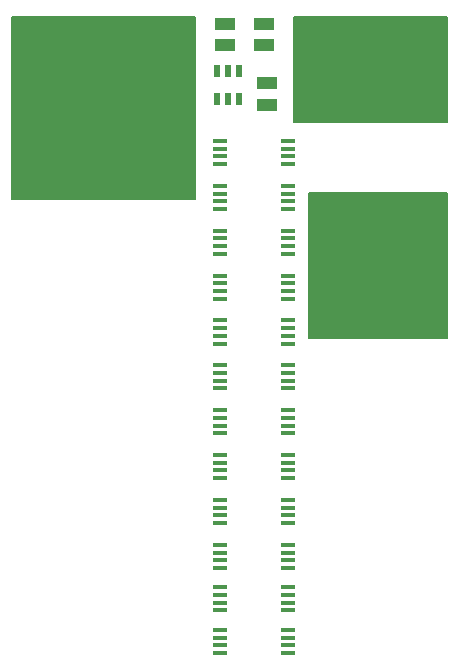
<source format=gts>
G04 (created by PCBNEW (2013-07-07 BZR 4022)-stable) date 12/4/2019 12:35:47*
%MOIN*%
G04 Gerber Fmt 3.4, Leading zero omitted, Abs format*
%FSLAX34Y34*%
G01*
G70*
G90*
G04 APERTURE LIST*
%ADD10C,0.00590551*%
%ADD11R,0.0238583X0.0435433*%
%ADD12R,0.070315X0.0403937*%
%ADD13R,0.0396063X0.0396063*%
%ADD14R,0.0494488X0.013622*%
%ADD15C,0.00787402*%
G04 APERTURE END LIST*
G54D10*
G54D11*
X7204Y-3031D03*
X7952Y-3031D03*
X7204Y-2086D03*
X7578Y-3031D03*
X7952Y-2086D03*
X7578Y-2086D03*
G54D12*
X8858Y-3204D03*
X8858Y-2503D03*
X8759Y-1236D03*
X8759Y-535D03*
X7480Y-1236D03*
X7480Y-535D03*
G54D13*
X13188Y-2657D03*
X12893Y-8366D03*
X11614Y-885D03*
X4527Y-1279D03*
G54D14*
X7303Y-16387D03*
X7303Y-16643D03*
X7303Y-16899D03*
X7303Y-17155D03*
X9586Y-17155D03*
X9586Y-16899D03*
X9586Y-16643D03*
X9586Y-16387D03*
X7303Y-20718D03*
X7303Y-20974D03*
X7303Y-21230D03*
X7303Y-21486D03*
X9586Y-21486D03*
X9586Y-21230D03*
X9586Y-20974D03*
X9586Y-20718D03*
X7303Y-19301D03*
X7303Y-19557D03*
X7303Y-19812D03*
X7303Y-20068D03*
X9586Y-20068D03*
X9586Y-19812D03*
X9586Y-19557D03*
X9586Y-19301D03*
X7303Y-17883D03*
X7303Y-18139D03*
X7303Y-18395D03*
X7303Y-18651D03*
X9586Y-18651D03*
X9586Y-18395D03*
X9586Y-18139D03*
X9586Y-17883D03*
X7303Y-14891D03*
X7303Y-15147D03*
X7303Y-15403D03*
X7303Y-15659D03*
X9586Y-15659D03*
X9586Y-15403D03*
X9586Y-15147D03*
X9586Y-14891D03*
X7303Y-13395D03*
X7303Y-13651D03*
X7303Y-13907D03*
X7303Y-14163D03*
X9586Y-14163D03*
X9586Y-13907D03*
X9586Y-13651D03*
X9586Y-13395D03*
X7303Y-11899D03*
X7303Y-12155D03*
X7303Y-12411D03*
X7303Y-12667D03*
X9586Y-12667D03*
X9586Y-12411D03*
X9586Y-12155D03*
X9586Y-11899D03*
X7303Y-10403D03*
X7303Y-10659D03*
X7303Y-10915D03*
X7303Y-11171D03*
X9586Y-11171D03*
X9586Y-10915D03*
X9586Y-10659D03*
X9586Y-10403D03*
X7303Y-8907D03*
X7303Y-9163D03*
X7303Y-9419D03*
X7303Y-9675D03*
X9586Y-9675D03*
X9586Y-9419D03*
X9586Y-9163D03*
X9586Y-8907D03*
X7303Y-7411D03*
X7303Y-7667D03*
X7303Y-7923D03*
X7303Y-8179D03*
X9586Y-8179D03*
X9586Y-7923D03*
X9586Y-7667D03*
X9586Y-7411D03*
X7303Y-5915D03*
X7303Y-6171D03*
X7303Y-6427D03*
X7303Y-6683D03*
X9586Y-6683D03*
X9586Y-6427D03*
X9586Y-6171D03*
X9586Y-5915D03*
X7303Y-4419D03*
X7303Y-4675D03*
X7303Y-4931D03*
X7303Y-5187D03*
X9586Y-5187D03*
X9586Y-4931D03*
X9586Y-4675D03*
X9586Y-4419D03*
G54D10*
G36*
X6456Y-6358D02*
X374Y-6358D01*
X374Y-275D01*
X6456Y-275D01*
X6456Y-6358D01*
X6456Y-6358D01*
G37*
G54D15*
X6456Y-6358D02*
X374Y-6358D01*
X374Y-275D01*
X6456Y-275D01*
X6456Y-6358D01*
G54D10*
G36*
X14881Y-3799D02*
X9783Y-3799D01*
X9783Y-275D01*
X14881Y-275D01*
X14881Y-3799D01*
X14881Y-3799D01*
G37*
G54D15*
X14881Y-3799D02*
X9783Y-3799D01*
X9783Y-275D01*
X14881Y-275D01*
X14881Y-3799D01*
G54D10*
G36*
X14881Y-10984D02*
X10275Y-10984D01*
X10275Y-6141D01*
X14881Y-6141D01*
X14881Y-10984D01*
X14881Y-10984D01*
G37*
G54D15*
X14881Y-10984D02*
X10275Y-10984D01*
X10275Y-6141D01*
X14881Y-6141D01*
X14881Y-10984D01*
M02*

</source>
